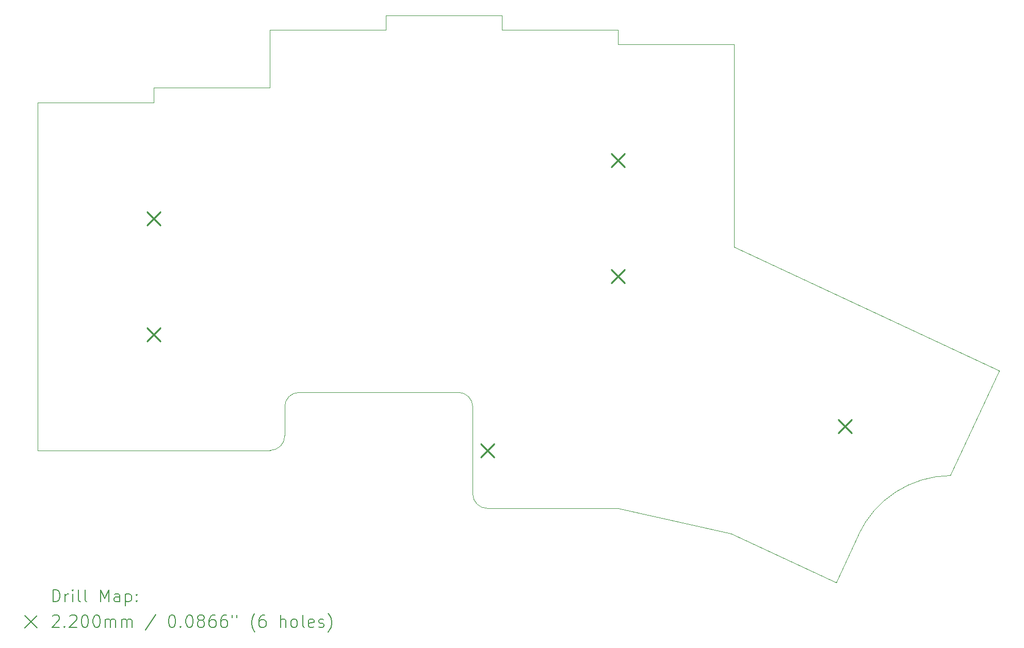
<source format=gbr>
%TF.GenerationSoftware,KiCad,Pcbnew,7.0.5*%
%TF.CreationDate,2024-03-19T14:27:55+08:00*%
%TF.ProjectId,J-50x,4a2d3530-782e-46b6-9963-61645f706362,rev?*%
%TF.SameCoordinates,Original*%
%TF.FileFunction,Drillmap*%
%TF.FilePolarity,Positive*%
%FSLAX45Y45*%
G04 Gerber Fmt 4.5, Leading zero omitted, Abs format (unit mm)*
G04 Created by KiCad (PCBNEW 7.0.5) date 2024-03-19 14:27:55*
%MOMM*%
%LPD*%
G01*
G04 APERTURE LIST*
%ADD10C,0.100000*%
%ADD11C,0.200000*%
%ADD12C,0.220000*%
G04 APERTURE END LIST*
D10*
X12977000Y-6984500D02*
X12977000Y-6746400D01*
X9167000Y-6508200D02*
X9167000Y-6746400D01*
X3452000Y-13652000D02*
X7271400Y-13652000D01*
X12977000Y-6746400D02*
X11072000Y-6746400D01*
X7271400Y-13652000D02*
G75*
G03*
X7509500Y-13413900I0J238100D01*
G01*
X7747600Y-12699570D02*
G75*
G03*
X7509500Y-12937666I0J-238100D01*
G01*
X19238133Y-12339746D02*
X18433038Y-14065707D01*
X19238133Y-12339746D02*
X14882000Y-10308000D01*
X5357000Y-7698900D02*
X5357000Y-7937000D01*
X11072000Y-6508200D02*
X9167000Y-6508200D01*
X3452000Y-7937000D02*
X3452000Y-13652000D01*
X10595700Y-14366400D02*
G75*
G03*
X10833800Y-14604500I238100J0D01*
G01*
X14837004Y-15016652D02*
X16563418Y-15821847D01*
X14882000Y-6984500D02*
X12977000Y-6984500D01*
X11072000Y-6746400D02*
X11072000Y-6508200D01*
X14837004Y-15016652D02*
X12977080Y-14604461D01*
X7262000Y-6746400D02*
X7262000Y-7698900D01*
X18433039Y-14065712D02*
G75*
G03*
X16926000Y-15039000I20012J-1684378D01*
G01*
X14882000Y-6984500D02*
X14882000Y-10308000D01*
X7509500Y-12937666D02*
X7509500Y-13413900D01*
X10595691Y-12937666D02*
X10595700Y-14366400D01*
X5357000Y-7937000D02*
X3452000Y-7937000D01*
X10595694Y-12937666D02*
G75*
G03*
X10357591Y-12699566I-238104J-4D01*
G01*
X12977000Y-14604500D02*
X10833800Y-14604500D01*
X9167000Y-6746400D02*
X7262000Y-6746400D01*
X10357591Y-12699566D02*
X7747600Y-12699566D01*
X16563418Y-15821847D02*
X16926000Y-15039000D01*
X7262000Y-7698900D02*
X5357000Y-7698900D01*
D11*
D12*
X5247000Y-9732000D02*
X5467000Y-9952000D01*
X5467000Y-9732000D02*
X5247000Y-9952000D01*
X5247000Y-11637000D02*
X5467000Y-11857000D01*
X5467000Y-11637000D02*
X5247000Y-11857000D01*
X10723900Y-13542000D02*
X10943900Y-13762000D01*
X10943900Y-13542000D02*
X10723900Y-13762000D01*
X12867000Y-8779500D02*
X13087000Y-8999500D01*
X13087000Y-8779500D02*
X12867000Y-8999500D01*
X12867000Y-10684500D02*
X13087000Y-10904500D01*
X13087000Y-10684500D02*
X12867000Y-10904500D01*
X16596600Y-13151100D02*
X16816600Y-13371100D01*
X16816600Y-13151100D02*
X16596600Y-13371100D01*
D11*
X3707777Y-16138331D02*
X3707777Y-15938331D01*
X3707777Y-15938331D02*
X3755396Y-15938331D01*
X3755396Y-15938331D02*
X3783967Y-15947855D01*
X3783967Y-15947855D02*
X3803015Y-15966902D01*
X3803015Y-15966902D02*
X3812539Y-15985950D01*
X3812539Y-15985950D02*
X3822062Y-16024045D01*
X3822062Y-16024045D02*
X3822062Y-16052617D01*
X3822062Y-16052617D02*
X3812539Y-16090712D01*
X3812539Y-16090712D02*
X3803015Y-16109760D01*
X3803015Y-16109760D02*
X3783967Y-16128807D01*
X3783967Y-16128807D02*
X3755396Y-16138331D01*
X3755396Y-16138331D02*
X3707777Y-16138331D01*
X3907777Y-16138331D02*
X3907777Y-16004998D01*
X3907777Y-16043093D02*
X3917301Y-16024045D01*
X3917301Y-16024045D02*
X3926824Y-16014521D01*
X3926824Y-16014521D02*
X3945872Y-16004998D01*
X3945872Y-16004998D02*
X3964920Y-16004998D01*
X4031586Y-16138331D02*
X4031586Y-16004998D01*
X4031586Y-15938331D02*
X4022062Y-15947855D01*
X4022062Y-15947855D02*
X4031586Y-15957379D01*
X4031586Y-15957379D02*
X4041110Y-15947855D01*
X4041110Y-15947855D02*
X4031586Y-15938331D01*
X4031586Y-15938331D02*
X4031586Y-15957379D01*
X4155396Y-16138331D02*
X4136348Y-16128807D01*
X4136348Y-16128807D02*
X4126824Y-16109760D01*
X4126824Y-16109760D02*
X4126824Y-15938331D01*
X4260158Y-16138331D02*
X4241110Y-16128807D01*
X4241110Y-16128807D02*
X4231586Y-16109760D01*
X4231586Y-16109760D02*
X4231586Y-15938331D01*
X4488729Y-16138331D02*
X4488729Y-15938331D01*
X4488729Y-15938331D02*
X4555396Y-16081188D01*
X4555396Y-16081188D02*
X4622063Y-15938331D01*
X4622063Y-15938331D02*
X4622063Y-16138331D01*
X4803015Y-16138331D02*
X4803015Y-16033569D01*
X4803015Y-16033569D02*
X4793491Y-16014521D01*
X4793491Y-16014521D02*
X4774444Y-16004998D01*
X4774444Y-16004998D02*
X4736348Y-16004998D01*
X4736348Y-16004998D02*
X4717301Y-16014521D01*
X4803015Y-16128807D02*
X4783967Y-16138331D01*
X4783967Y-16138331D02*
X4736348Y-16138331D01*
X4736348Y-16138331D02*
X4717301Y-16128807D01*
X4717301Y-16128807D02*
X4707777Y-16109760D01*
X4707777Y-16109760D02*
X4707777Y-16090712D01*
X4707777Y-16090712D02*
X4717301Y-16071664D01*
X4717301Y-16071664D02*
X4736348Y-16062141D01*
X4736348Y-16062141D02*
X4783967Y-16062141D01*
X4783967Y-16062141D02*
X4803015Y-16052617D01*
X4898253Y-16004998D02*
X4898253Y-16204998D01*
X4898253Y-16014521D02*
X4917301Y-16004998D01*
X4917301Y-16004998D02*
X4955396Y-16004998D01*
X4955396Y-16004998D02*
X4974444Y-16014521D01*
X4974444Y-16014521D02*
X4983967Y-16024045D01*
X4983967Y-16024045D02*
X4993491Y-16043093D01*
X4993491Y-16043093D02*
X4993491Y-16100236D01*
X4993491Y-16100236D02*
X4983967Y-16119283D01*
X4983967Y-16119283D02*
X4974444Y-16128807D01*
X4974444Y-16128807D02*
X4955396Y-16138331D01*
X4955396Y-16138331D02*
X4917301Y-16138331D01*
X4917301Y-16138331D02*
X4898253Y-16128807D01*
X5079205Y-16119283D02*
X5088729Y-16128807D01*
X5088729Y-16128807D02*
X5079205Y-16138331D01*
X5079205Y-16138331D02*
X5069682Y-16128807D01*
X5069682Y-16128807D02*
X5079205Y-16119283D01*
X5079205Y-16119283D02*
X5079205Y-16138331D01*
X5079205Y-16014521D02*
X5088729Y-16024045D01*
X5088729Y-16024045D02*
X5079205Y-16033569D01*
X5079205Y-16033569D02*
X5069682Y-16024045D01*
X5069682Y-16024045D02*
X5079205Y-16014521D01*
X5079205Y-16014521D02*
X5079205Y-16033569D01*
X3247000Y-16366847D02*
X3447000Y-16566847D01*
X3447000Y-16366847D02*
X3247000Y-16566847D01*
X3698253Y-16377379D02*
X3707777Y-16367855D01*
X3707777Y-16367855D02*
X3726824Y-16358331D01*
X3726824Y-16358331D02*
X3774443Y-16358331D01*
X3774443Y-16358331D02*
X3793491Y-16367855D01*
X3793491Y-16367855D02*
X3803015Y-16377379D01*
X3803015Y-16377379D02*
X3812539Y-16396426D01*
X3812539Y-16396426D02*
X3812539Y-16415474D01*
X3812539Y-16415474D02*
X3803015Y-16444045D01*
X3803015Y-16444045D02*
X3688729Y-16558331D01*
X3688729Y-16558331D02*
X3812539Y-16558331D01*
X3898253Y-16539283D02*
X3907777Y-16548807D01*
X3907777Y-16548807D02*
X3898253Y-16558331D01*
X3898253Y-16558331D02*
X3888729Y-16548807D01*
X3888729Y-16548807D02*
X3898253Y-16539283D01*
X3898253Y-16539283D02*
X3898253Y-16558331D01*
X3983967Y-16377379D02*
X3993491Y-16367855D01*
X3993491Y-16367855D02*
X4012539Y-16358331D01*
X4012539Y-16358331D02*
X4060158Y-16358331D01*
X4060158Y-16358331D02*
X4079205Y-16367855D01*
X4079205Y-16367855D02*
X4088729Y-16377379D01*
X4088729Y-16377379D02*
X4098253Y-16396426D01*
X4098253Y-16396426D02*
X4098253Y-16415474D01*
X4098253Y-16415474D02*
X4088729Y-16444045D01*
X4088729Y-16444045D02*
X3974443Y-16558331D01*
X3974443Y-16558331D02*
X4098253Y-16558331D01*
X4222063Y-16358331D02*
X4241110Y-16358331D01*
X4241110Y-16358331D02*
X4260158Y-16367855D01*
X4260158Y-16367855D02*
X4269682Y-16377379D01*
X4269682Y-16377379D02*
X4279205Y-16396426D01*
X4279205Y-16396426D02*
X4288729Y-16434521D01*
X4288729Y-16434521D02*
X4288729Y-16482141D01*
X4288729Y-16482141D02*
X4279205Y-16520236D01*
X4279205Y-16520236D02*
X4269682Y-16539283D01*
X4269682Y-16539283D02*
X4260158Y-16548807D01*
X4260158Y-16548807D02*
X4241110Y-16558331D01*
X4241110Y-16558331D02*
X4222063Y-16558331D01*
X4222063Y-16558331D02*
X4203015Y-16548807D01*
X4203015Y-16548807D02*
X4193491Y-16539283D01*
X4193491Y-16539283D02*
X4183967Y-16520236D01*
X4183967Y-16520236D02*
X4174443Y-16482141D01*
X4174443Y-16482141D02*
X4174443Y-16434521D01*
X4174443Y-16434521D02*
X4183967Y-16396426D01*
X4183967Y-16396426D02*
X4193491Y-16377379D01*
X4193491Y-16377379D02*
X4203015Y-16367855D01*
X4203015Y-16367855D02*
X4222063Y-16358331D01*
X4412539Y-16358331D02*
X4431586Y-16358331D01*
X4431586Y-16358331D02*
X4450634Y-16367855D01*
X4450634Y-16367855D02*
X4460158Y-16377379D01*
X4460158Y-16377379D02*
X4469682Y-16396426D01*
X4469682Y-16396426D02*
X4479205Y-16434521D01*
X4479205Y-16434521D02*
X4479205Y-16482141D01*
X4479205Y-16482141D02*
X4469682Y-16520236D01*
X4469682Y-16520236D02*
X4460158Y-16539283D01*
X4460158Y-16539283D02*
X4450634Y-16548807D01*
X4450634Y-16548807D02*
X4431586Y-16558331D01*
X4431586Y-16558331D02*
X4412539Y-16558331D01*
X4412539Y-16558331D02*
X4393491Y-16548807D01*
X4393491Y-16548807D02*
X4383967Y-16539283D01*
X4383967Y-16539283D02*
X4374444Y-16520236D01*
X4374444Y-16520236D02*
X4364920Y-16482141D01*
X4364920Y-16482141D02*
X4364920Y-16434521D01*
X4364920Y-16434521D02*
X4374444Y-16396426D01*
X4374444Y-16396426D02*
X4383967Y-16377379D01*
X4383967Y-16377379D02*
X4393491Y-16367855D01*
X4393491Y-16367855D02*
X4412539Y-16358331D01*
X4564920Y-16558331D02*
X4564920Y-16424998D01*
X4564920Y-16444045D02*
X4574444Y-16434521D01*
X4574444Y-16434521D02*
X4593491Y-16424998D01*
X4593491Y-16424998D02*
X4622063Y-16424998D01*
X4622063Y-16424998D02*
X4641110Y-16434521D01*
X4641110Y-16434521D02*
X4650634Y-16453569D01*
X4650634Y-16453569D02*
X4650634Y-16558331D01*
X4650634Y-16453569D02*
X4660158Y-16434521D01*
X4660158Y-16434521D02*
X4679205Y-16424998D01*
X4679205Y-16424998D02*
X4707777Y-16424998D01*
X4707777Y-16424998D02*
X4726825Y-16434521D01*
X4726825Y-16434521D02*
X4736348Y-16453569D01*
X4736348Y-16453569D02*
X4736348Y-16558331D01*
X4831586Y-16558331D02*
X4831586Y-16424998D01*
X4831586Y-16444045D02*
X4841110Y-16434521D01*
X4841110Y-16434521D02*
X4860158Y-16424998D01*
X4860158Y-16424998D02*
X4888729Y-16424998D01*
X4888729Y-16424998D02*
X4907777Y-16434521D01*
X4907777Y-16434521D02*
X4917301Y-16453569D01*
X4917301Y-16453569D02*
X4917301Y-16558331D01*
X4917301Y-16453569D02*
X4926825Y-16434521D01*
X4926825Y-16434521D02*
X4945872Y-16424998D01*
X4945872Y-16424998D02*
X4974444Y-16424998D01*
X4974444Y-16424998D02*
X4993491Y-16434521D01*
X4993491Y-16434521D02*
X5003015Y-16453569D01*
X5003015Y-16453569D02*
X5003015Y-16558331D01*
X5393491Y-16348807D02*
X5222063Y-16605950D01*
X5650634Y-16358331D02*
X5669682Y-16358331D01*
X5669682Y-16358331D02*
X5688729Y-16367855D01*
X5688729Y-16367855D02*
X5698253Y-16377379D01*
X5698253Y-16377379D02*
X5707777Y-16396426D01*
X5707777Y-16396426D02*
X5717301Y-16434521D01*
X5717301Y-16434521D02*
X5717301Y-16482141D01*
X5717301Y-16482141D02*
X5707777Y-16520236D01*
X5707777Y-16520236D02*
X5698253Y-16539283D01*
X5698253Y-16539283D02*
X5688729Y-16548807D01*
X5688729Y-16548807D02*
X5669682Y-16558331D01*
X5669682Y-16558331D02*
X5650634Y-16558331D01*
X5650634Y-16558331D02*
X5631586Y-16548807D01*
X5631586Y-16548807D02*
X5622063Y-16539283D01*
X5622063Y-16539283D02*
X5612539Y-16520236D01*
X5612539Y-16520236D02*
X5603015Y-16482141D01*
X5603015Y-16482141D02*
X5603015Y-16434521D01*
X5603015Y-16434521D02*
X5612539Y-16396426D01*
X5612539Y-16396426D02*
X5622063Y-16377379D01*
X5622063Y-16377379D02*
X5631586Y-16367855D01*
X5631586Y-16367855D02*
X5650634Y-16358331D01*
X5803015Y-16539283D02*
X5812539Y-16548807D01*
X5812539Y-16548807D02*
X5803015Y-16558331D01*
X5803015Y-16558331D02*
X5793491Y-16548807D01*
X5793491Y-16548807D02*
X5803015Y-16539283D01*
X5803015Y-16539283D02*
X5803015Y-16558331D01*
X5936348Y-16358331D02*
X5955396Y-16358331D01*
X5955396Y-16358331D02*
X5974444Y-16367855D01*
X5974444Y-16367855D02*
X5983967Y-16377379D01*
X5983967Y-16377379D02*
X5993491Y-16396426D01*
X5993491Y-16396426D02*
X6003015Y-16434521D01*
X6003015Y-16434521D02*
X6003015Y-16482141D01*
X6003015Y-16482141D02*
X5993491Y-16520236D01*
X5993491Y-16520236D02*
X5983967Y-16539283D01*
X5983967Y-16539283D02*
X5974444Y-16548807D01*
X5974444Y-16548807D02*
X5955396Y-16558331D01*
X5955396Y-16558331D02*
X5936348Y-16558331D01*
X5936348Y-16558331D02*
X5917301Y-16548807D01*
X5917301Y-16548807D02*
X5907777Y-16539283D01*
X5907777Y-16539283D02*
X5898253Y-16520236D01*
X5898253Y-16520236D02*
X5888729Y-16482141D01*
X5888729Y-16482141D02*
X5888729Y-16434521D01*
X5888729Y-16434521D02*
X5898253Y-16396426D01*
X5898253Y-16396426D02*
X5907777Y-16377379D01*
X5907777Y-16377379D02*
X5917301Y-16367855D01*
X5917301Y-16367855D02*
X5936348Y-16358331D01*
X6117301Y-16444045D02*
X6098253Y-16434521D01*
X6098253Y-16434521D02*
X6088729Y-16424998D01*
X6088729Y-16424998D02*
X6079206Y-16405950D01*
X6079206Y-16405950D02*
X6079206Y-16396426D01*
X6079206Y-16396426D02*
X6088729Y-16377379D01*
X6088729Y-16377379D02*
X6098253Y-16367855D01*
X6098253Y-16367855D02*
X6117301Y-16358331D01*
X6117301Y-16358331D02*
X6155396Y-16358331D01*
X6155396Y-16358331D02*
X6174444Y-16367855D01*
X6174444Y-16367855D02*
X6183967Y-16377379D01*
X6183967Y-16377379D02*
X6193491Y-16396426D01*
X6193491Y-16396426D02*
X6193491Y-16405950D01*
X6193491Y-16405950D02*
X6183967Y-16424998D01*
X6183967Y-16424998D02*
X6174444Y-16434521D01*
X6174444Y-16434521D02*
X6155396Y-16444045D01*
X6155396Y-16444045D02*
X6117301Y-16444045D01*
X6117301Y-16444045D02*
X6098253Y-16453569D01*
X6098253Y-16453569D02*
X6088729Y-16463093D01*
X6088729Y-16463093D02*
X6079206Y-16482141D01*
X6079206Y-16482141D02*
X6079206Y-16520236D01*
X6079206Y-16520236D02*
X6088729Y-16539283D01*
X6088729Y-16539283D02*
X6098253Y-16548807D01*
X6098253Y-16548807D02*
X6117301Y-16558331D01*
X6117301Y-16558331D02*
X6155396Y-16558331D01*
X6155396Y-16558331D02*
X6174444Y-16548807D01*
X6174444Y-16548807D02*
X6183967Y-16539283D01*
X6183967Y-16539283D02*
X6193491Y-16520236D01*
X6193491Y-16520236D02*
X6193491Y-16482141D01*
X6193491Y-16482141D02*
X6183967Y-16463093D01*
X6183967Y-16463093D02*
X6174444Y-16453569D01*
X6174444Y-16453569D02*
X6155396Y-16444045D01*
X6364920Y-16358331D02*
X6326825Y-16358331D01*
X6326825Y-16358331D02*
X6307777Y-16367855D01*
X6307777Y-16367855D02*
X6298253Y-16377379D01*
X6298253Y-16377379D02*
X6279206Y-16405950D01*
X6279206Y-16405950D02*
X6269682Y-16444045D01*
X6269682Y-16444045D02*
X6269682Y-16520236D01*
X6269682Y-16520236D02*
X6279206Y-16539283D01*
X6279206Y-16539283D02*
X6288729Y-16548807D01*
X6288729Y-16548807D02*
X6307777Y-16558331D01*
X6307777Y-16558331D02*
X6345872Y-16558331D01*
X6345872Y-16558331D02*
X6364920Y-16548807D01*
X6364920Y-16548807D02*
X6374444Y-16539283D01*
X6374444Y-16539283D02*
X6383967Y-16520236D01*
X6383967Y-16520236D02*
X6383967Y-16472617D01*
X6383967Y-16472617D02*
X6374444Y-16453569D01*
X6374444Y-16453569D02*
X6364920Y-16444045D01*
X6364920Y-16444045D02*
X6345872Y-16434521D01*
X6345872Y-16434521D02*
X6307777Y-16434521D01*
X6307777Y-16434521D02*
X6288729Y-16444045D01*
X6288729Y-16444045D02*
X6279206Y-16453569D01*
X6279206Y-16453569D02*
X6269682Y-16472617D01*
X6555396Y-16358331D02*
X6517301Y-16358331D01*
X6517301Y-16358331D02*
X6498253Y-16367855D01*
X6498253Y-16367855D02*
X6488729Y-16377379D01*
X6488729Y-16377379D02*
X6469682Y-16405950D01*
X6469682Y-16405950D02*
X6460158Y-16444045D01*
X6460158Y-16444045D02*
X6460158Y-16520236D01*
X6460158Y-16520236D02*
X6469682Y-16539283D01*
X6469682Y-16539283D02*
X6479206Y-16548807D01*
X6479206Y-16548807D02*
X6498253Y-16558331D01*
X6498253Y-16558331D02*
X6536348Y-16558331D01*
X6536348Y-16558331D02*
X6555396Y-16548807D01*
X6555396Y-16548807D02*
X6564920Y-16539283D01*
X6564920Y-16539283D02*
X6574444Y-16520236D01*
X6574444Y-16520236D02*
X6574444Y-16472617D01*
X6574444Y-16472617D02*
X6564920Y-16453569D01*
X6564920Y-16453569D02*
X6555396Y-16444045D01*
X6555396Y-16444045D02*
X6536348Y-16434521D01*
X6536348Y-16434521D02*
X6498253Y-16434521D01*
X6498253Y-16434521D02*
X6479206Y-16444045D01*
X6479206Y-16444045D02*
X6469682Y-16453569D01*
X6469682Y-16453569D02*
X6460158Y-16472617D01*
X6650634Y-16358331D02*
X6650634Y-16396426D01*
X6726825Y-16358331D02*
X6726825Y-16396426D01*
X7022063Y-16634521D02*
X7012539Y-16624998D01*
X7012539Y-16624998D02*
X6993491Y-16596426D01*
X6993491Y-16596426D02*
X6983968Y-16577379D01*
X6983968Y-16577379D02*
X6974444Y-16548807D01*
X6974444Y-16548807D02*
X6964920Y-16501188D01*
X6964920Y-16501188D02*
X6964920Y-16463093D01*
X6964920Y-16463093D02*
X6974444Y-16415474D01*
X6974444Y-16415474D02*
X6983968Y-16386902D01*
X6983968Y-16386902D02*
X6993491Y-16367855D01*
X6993491Y-16367855D02*
X7012539Y-16339283D01*
X7012539Y-16339283D02*
X7022063Y-16329760D01*
X7183968Y-16358331D02*
X7145872Y-16358331D01*
X7145872Y-16358331D02*
X7126825Y-16367855D01*
X7126825Y-16367855D02*
X7117301Y-16377379D01*
X7117301Y-16377379D02*
X7098253Y-16405950D01*
X7098253Y-16405950D02*
X7088729Y-16444045D01*
X7088729Y-16444045D02*
X7088729Y-16520236D01*
X7088729Y-16520236D02*
X7098253Y-16539283D01*
X7098253Y-16539283D02*
X7107777Y-16548807D01*
X7107777Y-16548807D02*
X7126825Y-16558331D01*
X7126825Y-16558331D02*
X7164920Y-16558331D01*
X7164920Y-16558331D02*
X7183968Y-16548807D01*
X7183968Y-16548807D02*
X7193491Y-16539283D01*
X7193491Y-16539283D02*
X7203015Y-16520236D01*
X7203015Y-16520236D02*
X7203015Y-16472617D01*
X7203015Y-16472617D02*
X7193491Y-16453569D01*
X7193491Y-16453569D02*
X7183968Y-16444045D01*
X7183968Y-16444045D02*
X7164920Y-16434521D01*
X7164920Y-16434521D02*
X7126825Y-16434521D01*
X7126825Y-16434521D02*
X7107777Y-16444045D01*
X7107777Y-16444045D02*
X7098253Y-16453569D01*
X7098253Y-16453569D02*
X7088729Y-16472617D01*
X7441110Y-16558331D02*
X7441110Y-16358331D01*
X7526825Y-16558331D02*
X7526825Y-16453569D01*
X7526825Y-16453569D02*
X7517301Y-16434521D01*
X7517301Y-16434521D02*
X7498253Y-16424998D01*
X7498253Y-16424998D02*
X7469682Y-16424998D01*
X7469682Y-16424998D02*
X7450634Y-16434521D01*
X7450634Y-16434521D02*
X7441110Y-16444045D01*
X7650634Y-16558331D02*
X7631587Y-16548807D01*
X7631587Y-16548807D02*
X7622063Y-16539283D01*
X7622063Y-16539283D02*
X7612539Y-16520236D01*
X7612539Y-16520236D02*
X7612539Y-16463093D01*
X7612539Y-16463093D02*
X7622063Y-16444045D01*
X7622063Y-16444045D02*
X7631587Y-16434521D01*
X7631587Y-16434521D02*
X7650634Y-16424998D01*
X7650634Y-16424998D02*
X7679206Y-16424998D01*
X7679206Y-16424998D02*
X7698253Y-16434521D01*
X7698253Y-16434521D02*
X7707777Y-16444045D01*
X7707777Y-16444045D02*
X7717301Y-16463093D01*
X7717301Y-16463093D02*
X7717301Y-16520236D01*
X7717301Y-16520236D02*
X7707777Y-16539283D01*
X7707777Y-16539283D02*
X7698253Y-16548807D01*
X7698253Y-16548807D02*
X7679206Y-16558331D01*
X7679206Y-16558331D02*
X7650634Y-16558331D01*
X7831587Y-16558331D02*
X7812539Y-16548807D01*
X7812539Y-16548807D02*
X7803015Y-16529760D01*
X7803015Y-16529760D02*
X7803015Y-16358331D01*
X7983968Y-16548807D02*
X7964920Y-16558331D01*
X7964920Y-16558331D02*
X7926825Y-16558331D01*
X7926825Y-16558331D02*
X7907777Y-16548807D01*
X7907777Y-16548807D02*
X7898253Y-16529760D01*
X7898253Y-16529760D02*
X7898253Y-16453569D01*
X7898253Y-16453569D02*
X7907777Y-16434521D01*
X7907777Y-16434521D02*
X7926825Y-16424998D01*
X7926825Y-16424998D02*
X7964920Y-16424998D01*
X7964920Y-16424998D02*
X7983968Y-16434521D01*
X7983968Y-16434521D02*
X7993491Y-16453569D01*
X7993491Y-16453569D02*
X7993491Y-16472617D01*
X7993491Y-16472617D02*
X7898253Y-16491664D01*
X8069682Y-16548807D02*
X8088730Y-16558331D01*
X8088730Y-16558331D02*
X8126825Y-16558331D01*
X8126825Y-16558331D02*
X8145872Y-16548807D01*
X8145872Y-16548807D02*
X8155396Y-16529760D01*
X8155396Y-16529760D02*
X8155396Y-16520236D01*
X8155396Y-16520236D02*
X8145872Y-16501188D01*
X8145872Y-16501188D02*
X8126825Y-16491664D01*
X8126825Y-16491664D02*
X8098253Y-16491664D01*
X8098253Y-16491664D02*
X8079206Y-16482141D01*
X8079206Y-16482141D02*
X8069682Y-16463093D01*
X8069682Y-16463093D02*
X8069682Y-16453569D01*
X8069682Y-16453569D02*
X8079206Y-16434521D01*
X8079206Y-16434521D02*
X8098253Y-16424998D01*
X8098253Y-16424998D02*
X8126825Y-16424998D01*
X8126825Y-16424998D02*
X8145872Y-16434521D01*
X8222063Y-16634521D02*
X8231587Y-16624998D01*
X8231587Y-16624998D02*
X8250634Y-16596426D01*
X8250634Y-16596426D02*
X8260158Y-16577379D01*
X8260158Y-16577379D02*
X8269682Y-16548807D01*
X8269682Y-16548807D02*
X8279206Y-16501188D01*
X8279206Y-16501188D02*
X8279206Y-16463093D01*
X8279206Y-16463093D02*
X8269682Y-16415474D01*
X8269682Y-16415474D02*
X8260158Y-16386902D01*
X8260158Y-16386902D02*
X8250634Y-16367855D01*
X8250634Y-16367855D02*
X8231587Y-16339283D01*
X8231587Y-16339283D02*
X8222063Y-16329760D01*
M02*

</source>
